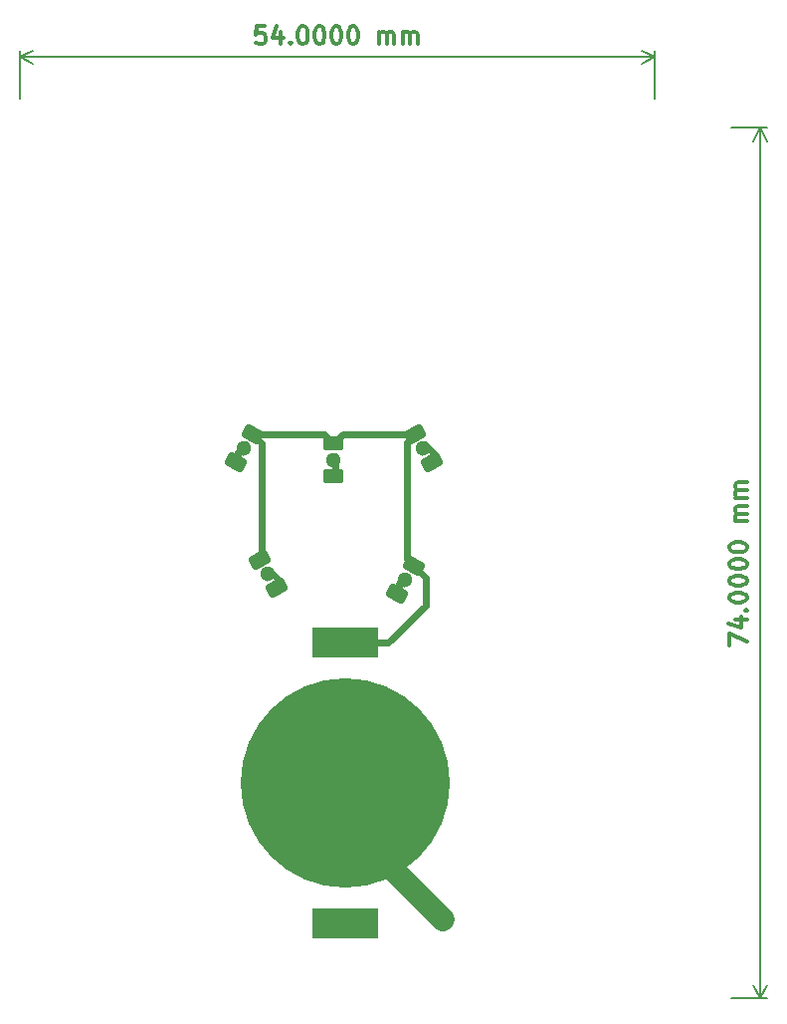
<source format=gbr>
%TF.GenerationSoftware,KiCad,Pcbnew,(6.0.8)*%
%TF.CreationDate,2022-10-01T01:52:07+02:00*%
%TF.ProjectId,ea_logobulb,65615f6c-6f67-46f6-9275-6c622e6b6963,rev?*%
%TF.SameCoordinates,Original*%
%TF.FileFunction,Copper,L2,Bot*%
%TF.FilePolarity,Positive*%
%FSLAX46Y46*%
G04 Gerber Fmt 4.6, Leading zero omitted, Abs format (unit mm)*
G04 Created by KiCad (PCBNEW (6.0.8)) date 2022-10-01 01:52:07*
%MOMM*%
%LPD*%
G01*
G04 APERTURE LIST*
G04 Aperture macros list*
%AMRoundRect*
0 Rectangle with rounded corners*
0 $1 Rounding radius*
0 $2 $3 $4 $5 $6 $7 $8 $9 X,Y pos of 4 corners*
0 Add a 4 corners polygon primitive as box body*
4,1,4,$2,$3,$4,$5,$6,$7,$8,$9,$2,$3,0*
0 Add four circle primitives for the rounded corners*
1,1,$1+$1,$2,$3*
1,1,$1+$1,$4,$5*
1,1,$1+$1,$6,$7*
1,1,$1+$1,$8,$9*
0 Add four rect primitives between the rounded corners*
20,1,$1+$1,$2,$3,$4,$5,0*
20,1,$1+$1,$4,$5,$6,$7,0*
20,1,$1+$1,$6,$7,$8,$9,0*
20,1,$1+$1,$8,$9,$2,$3,0*%
G04 Aperture macros list end*
%ADD10C,0.300000*%
%TA.AperFunction,NonConductor*%
%ADD11C,0.300000*%
%TD*%
%TA.AperFunction,NonConductor*%
%ADD12C,0.200000*%
%TD*%
%TA.AperFunction,SMDPad,CuDef*%
%ADD13R,5.560000X2.600000*%
%TD*%
%TA.AperFunction,SMDPad,CuDef*%
%ADD14C,17.800000*%
%TD*%
%TA.AperFunction,SMDPad,CuDef*%
%ADD15RoundRect,0.250000X-0.625000X0.375000X-0.625000X-0.375000X0.625000X-0.375000X0.625000X0.375000X0*%
%TD*%
%TA.AperFunction,SMDPad,CuDef*%
%ADD16RoundRect,0.250000X-0.728766X0.012260X-0.353766X-0.637260X0.728766X-0.012260X0.353766X0.637260X0*%
%TD*%
%TA.AperFunction,SMDPad,CuDef*%
%ADD17RoundRect,0.250000X-0.353766X0.637260X-0.728766X-0.012260X0.353766X-0.637260X0.728766X0.012260X0*%
%TD*%
%TA.AperFunction,ViaPad*%
%ADD18C,1.300000*%
%TD*%
%TA.AperFunction,Conductor*%
%ADD19C,0.609600*%
%TD*%
%TA.AperFunction,Conductor*%
%ADD20C,2.000000*%
%TD*%
G04 APERTURE END LIST*
D10*
D11*
X133857142Y-42378571D02*
X133142857Y-42378571D01*
X133071428Y-43092857D01*
X133142857Y-43021428D01*
X133285714Y-42950000D01*
X133642857Y-42950000D01*
X133785714Y-43021428D01*
X133857142Y-43092857D01*
X133928571Y-43235714D01*
X133928571Y-43592857D01*
X133857142Y-43735714D01*
X133785714Y-43807142D01*
X133642857Y-43878571D01*
X133285714Y-43878571D01*
X133142857Y-43807142D01*
X133071428Y-43735714D01*
X135214285Y-42878571D02*
X135214285Y-43878571D01*
X134857142Y-42307142D02*
X134500000Y-43378571D01*
X135428571Y-43378571D01*
X136000000Y-43735714D02*
X136071428Y-43807142D01*
X136000000Y-43878571D01*
X135928571Y-43807142D01*
X136000000Y-43735714D01*
X136000000Y-43878571D01*
X137000000Y-42378571D02*
X137142857Y-42378571D01*
X137285714Y-42450000D01*
X137357142Y-42521428D01*
X137428571Y-42664285D01*
X137500000Y-42950000D01*
X137500000Y-43307142D01*
X137428571Y-43592857D01*
X137357142Y-43735714D01*
X137285714Y-43807142D01*
X137142857Y-43878571D01*
X137000000Y-43878571D01*
X136857142Y-43807142D01*
X136785714Y-43735714D01*
X136714285Y-43592857D01*
X136642857Y-43307142D01*
X136642857Y-42950000D01*
X136714285Y-42664285D01*
X136785714Y-42521428D01*
X136857142Y-42450000D01*
X137000000Y-42378571D01*
X138428571Y-42378571D02*
X138571428Y-42378571D01*
X138714285Y-42450000D01*
X138785714Y-42521428D01*
X138857142Y-42664285D01*
X138928571Y-42950000D01*
X138928571Y-43307142D01*
X138857142Y-43592857D01*
X138785714Y-43735714D01*
X138714285Y-43807142D01*
X138571428Y-43878571D01*
X138428571Y-43878571D01*
X138285714Y-43807142D01*
X138214285Y-43735714D01*
X138142857Y-43592857D01*
X138071428Y-43307142D01*
X138071428Y-42950000D01*
X138142857Y-42664285D01*
X138214285Y-42521428D01*
X138285714Y-42450000D01*
X138428571Y-42378571D01*
X139857142Y-42378571D02*
X140000000Y-42378571D01*
X140142857Y-42450000D01*
X140214285Y-42521428D01*
X140285714Y-42664285D01*
X140357142Y-42950000D01*
X140357142Y-43307142D01*
X140285714Y-43592857D01*
X140214285Y-43735714D01*
X140142857Y-43807142D01*
X140000000Y-43878571D01*
X139857142Y-43878571D01*
X139714285Y-43807142D01*
X139642857Y-43735714D01*
X139571428Y-43592857D01*
X139500000Y-43307142D01*
X139500000Y-42950000D01*
X139571428Y-42664285D01*
X139642857Y-42521428D01*
X139714285Y-42450000D01*
X139857142Y-42378571D01*
X141285714Y-42378571D02*
X141428571Y-42378571D01*
X141571428Y-42450000D01*
X141642857Y-42521428D01*
X141714285Y-42664285D01*
X141785714Y-42950000D01*
X141785714Y-43307142D01*
X141714285Y-43592857D01*
X141642857Y-43735714D01*
X141571428Y-43807142D01*
X141428571Y-43878571D01*
X141285714Y-43878571D01*
X141142857Y-43807142D01*
X141071428Y-43735714D01*
X141000000Y-43592857D01*
X140928571Y-43307142D01*
X140928571Y-42950000D01*
X141000000Y-42664285D01*
X141071428Y-42521428D01*
X141142857Y-42450000D01*
X141285714Y-42378571D01*
X143571428Y-43878571D02*
X143571428Y-42878571D01*
X143571428Y-43021428D02*
X143642857Y-42950000D01*
X143785714Y-42878571D01*
X144000000Y-42878571D01*
X144142857Y-42950000D01*
X144214285Y-43092857D01*
X144214285Y-43878571D01*
X144214285Y-43092857D02*
X144285714Y-42950000D01*
X144428571Y-42878571D01*
X144642857Y-42878571D01*
X144785714Y-42950000D01*
X144857142Y-43092857D01*
X144857142Y-43878571D01*
X145571428Y-43878571D02*
X145571428Y-42878571D01*
X145571428Y-43021428D02*
X145642857Y-42950000D01*
X145785714Y-42878571D01*
X146000000Y-42878571D01*
X146142857Y-42950000D01*
X146214285Y-43092857D01*
X146214285Y-43878571D01*
X146214285Y-43092857D02*
X146285714Y-42950000D01*
X146428571Y-42878571D01*
X146642857Y-42878571D01*
X146785714Y-42950000D01*
X146857142Y-43092857D01*
X146857142Y-43878571D01*
D12*
X113000000Y-48500000D02*
X113000000Y-44413580D01*
X167000000Y-48500000D02*
X167000000Y-44413580D01*
X113000000Y-45000000D02*
X167000000Y-45000000D01*
X113000000Y-45000000D02*
X167000000Y-45000000D01*
X113000000Y-45000000D02*
X114126504Y-45586421D01*
X113000000Y-45000000D02*
X114126504Y-44413579D01*
X167000000Y-45000000D02*
X165873496Y-44413579D01*
X167000000Y-45000000D02*
X165873496Y-45586421D01*
D10*
D11*
X173378571Y-95000000D02*
X173378571Y-94000000D01*
X174878571Y-94642857D01*
X173878571Y-92785714D02*
X174878571Y-92785714D01*
X173307142Y-93142857D02*
X174378571Y-93500000D01*
X174378571Y-92571428D01*
X174735714Y-92000000D02*
X174807142Y-91928571D01*
X174878571Y-92000000D01*
X174807142Y-92071428D01*
X174735714Y-92000000D01*
X174878571Y-92000000D01*
X173378571Y-91000000D02*
X173378571Y-90857142D01*
X173450000Y-90714285D01*
X173521428Y-90642857D01*
X173664285Y-90571428D01*
X173950000Y-90500000D01*
X174307142Y-90500000D01*
X174592857Y-90571428D01*
X174735714Y-90642857D01*
X174807142Y-90714285D01*
X174878571Y-90857142D01*
X174878571Y-91000000D01*
X174807142Y-91142857D01*
X174735714Y-91214285D01*
X174592857Y-91285714D01*
X174307142Y-91357142D01*
X173950000Y-91357142D01*
X173664285Y-91285714D01*
X173521428Y-91214285D01*
X173450000Y-91142857D01*
X173378571Y-91000000D01*
X173378571Y-89571428D02*
X173378571Y-89428571D01*
X173450000Y-89285714D01*
X173521428Y-89214285D01*
X173664285Y-89142857D01*
X173950000Y-89071428D01*
X174307142Y-89071428D01*
X174592857Y-89142857D01*
X174735714Y-89214285D01*
X174807142Y-89285714D01*
X174878571Y-89428571D01*
X174878571Y-89571428D01*
X174807142Y-89714285D01*
X174735714Y-89785714D01*
X174592857Y-89857142D01*
X174307142Y-89928571D01*
X173950000Y-89928571D01*
X173664285Y-89857142D01*
X173521428Y-89785714D01*
X173450000Y-89714285D01*
X173378571Y-89571428D01*
X173378571Y-88142857D02*
X173378571Y-88000000D01*
X173450000Y-87857142D01*
X173521428Y-87785714D01*
X173664285Y-87714285D01*
X173950000Y-87642857D01*
X174307142Y-87642857D01*
X174592857Y-87714285D01*
X174735714Y-87785714D01*
X174807142Y-87857142D01*
X174878571Y-88000000D01*
X174878571Y-88142857D01*
X174807142Y-88285714D01*
X174735714Y-88357142D01*
X174592857Y-88428571D01*
X174307142Y-88500000D01*
X173950000Y-88500000D01*
X173664285Y-88428571D01*
X173521428Y-88357142D01*
X173450000Y-88285714D01*
X173378571Y-88142857D01*
X173378571Y-86714285D02*
X173378571Y-86571428D01*
X173450000Y-86428571D01*
X173521428Y-86357142D01*
X173664285Y-86285714D01*
X173950000Y-86214285D01*
X174307142Y-86214285D01*
X174592857Y-86285714D01*
X174735714Y-86357142D01*
X174807142Y-86428571D01*
X174878571Y-86571428D01*
X174878571Y-86714285D01*
X174807142Y-86857142D01*
X174735714Y-86928571D01*
X174592857Y-87000000D01*
X174307142Y-87071428D01*
X173950000Y-87071428D01*
X173664285Y-87000000D01*
X173521428Y-86928571D01*
X173450000Y-86857142D01*
X173378571Y-86714285D01*
X174878571Y-84428571D02*
X173878571Y-84428571D01*
X174021428Y-84428571D02*
X173950000Y-84357142D01*
X173878571Y-84214285D01*
X173878571Y-84000000D01*
X173950000Y-83857142D01*
X174092857Y-83785714D01*
X174878571Y-83785714D01*
X174092857Y-83785714D02*
X173950000Y-83714285D01*
X173878571Y-83571428D01*
X173878571Y-83357142D01*
X173950000Y-83214285D01*
X174092857Y-83142857D01*
X174878571Y-83142857D01*
X174878571Y-82428571D02*
X173878571Y-82428571D01*
X174021428Y-82428571D02*
X173950000Y-82357142D01*
X173878571Y-82214285D01*
X173878571Y-82000000D01*
X173950000Y-81857142D01*
X174092857Y-81785714D01*
X174878571Y-81785714D01*
X174092857Y-81785714D02*
X173950000Y-81714285D01*
X173878571Y-81571428D01*
X173878571Y-81357142D01*
X173950000Y-81214285D01*
X174092857Y-81142857D01*
X174878571Y-81142857D01*
D12*
X173500000Y-51000000D02*
X176586420Y-51000000D01*
X173500000Y-125000000D02*
X176586420Y-125000000D01*
X176000000Y-51000000D02*
X176000000Y-125000000D01*
X176000000Y-51000000D02*
X176000000Y-125000000D01*
X176000000Y-51000000D02*
X175413579Y-52126504D01*
X176000000Y-51000000D02*
X176586421Y-52126504D01*
X176000000Y-125000000D02*
X176586421Y-123873496D01*
X176000000Y-125000000D02*
X175413579Y-123873496D01*
D13*
%TO.P,REF\u002A\u002A,1*%
%TO.N,N/C*%
X140716000Y-118585000D03*
X140716000Y-94775000D03*
D14*
%TO.P,REF\u002A\u002A,2*%
X140716000Y-106680000D03*
%TD*%
D15*
%TO.P,REF\u002A\u002A,2*%
%TO.N,N/C*%
X139700000Y-80648000D03*
%TO.P,REF\u002A\u002A,1*%
X139700000Y-77848000D03*
%TD*%
D16*
%TO.P,REF\u002A\u002A,1*%
%TO.N,N/C*%
X133412000Y-87687564D03*
%TO.P,REF\u002A\u002A,2*%
X134812000Y-90112436D03*
%TD*%
D17*
%TO.P,REF\u002A\u002A,2*%
%TO.N,N/C*%
X131380000Y-79444436D03*
%TO.P,REF\u002A\u002A,1*%
X132780000Y-77019564D03*
%TD*%
D16*
%TO.P,REF\u002A\u002A,2*%
%TO.N,N/C*%
X148020000Y-79444436D03*
%TO.P,REF\u002A\u002A,1*%
X146620000Y-77019564D03*
%TD*%
D17*
%TO.P,REF\u002A\u002A,2*%
%TO.N,N/C*%
X145096000Y-90620436D03*
%TO.P,REF\u002A\u002A,1*%
X146496000Y-88195564D03*
%TD*%
D18*
%TO.N,*%
X148844000Y-118618000D03*
X145745200Y-89408000D03*
X134061200Y-88900000D03*
X147320000Y-78232000D03*
X139700000Y-79248000D03*
X132080000Y-78232000D03*
%TD*%
D19*
%TO.N,*%
X146496000Y-88195564D02*
X147523200Y-89222764D01*
X147523200Y-89222764D02*
X147523200Y-91592400D01*
X147523200Y-91592400D02*
X144340600Y-94775000D01*
X144340600Y-94775000D02*
X140716000Y-94775000D01*
D20*
X140858000Y-110164600D02*
X148986000Y-118292600D01*
X140858000Y-106354600D02*
X140858000Y-110164600D01*
D19*
X131522000Y-79119036D02*
X131522000Y-78606600D01*
X131522000Y-78606600D02*
X132222000Y-77906600D01*
X139842000Y-80322600D02*
X139842000Y-78922600D01*
X148162000Y-79119036D02*
X148162000Y-78606600D01*
X148162000Y-78606600D02*
X147462000Y-77906600D01*
X145238000Y-90295036D02*
X145238000Y-89731800D01*
X145238000Y-89731800D02*
X145887200Y-89082600D01*
X134954000Y-89787036D02*
X134954000Y-89325400D01*
X134954000Y-89325400D02*
X134203200Y-88574600D01*
X146496000Y-88195564D02*
X145897600Y-87597164D01*
X145897600Y-87597164D02*
X145897600Y-77741964D01*
X145897600Y-77741964D02*
X146620000Y-77019564D01*
X139700000Y-77848000D02*
X140528436Y-77019564D01*
X140528436Y-77019564D02*
X146620000Y-77019564D01*
X132780000Y-77019564D02*
X138871564Y-77019564D01*
X138871564Y-77019564D02*
X139700000Y-77848000D01*
X133412000Y-87568000D02*
X133604000Y-87376000D01*
X133412000Y-87687564D02*
X133412000Y-87568000D01*
X133604000Y-87376000D02*
X133604000Y-77843564D01*
X133604000Y-77843564D02*
X132780000Y-77019564D01*
%TD*%
M02*

</source>
